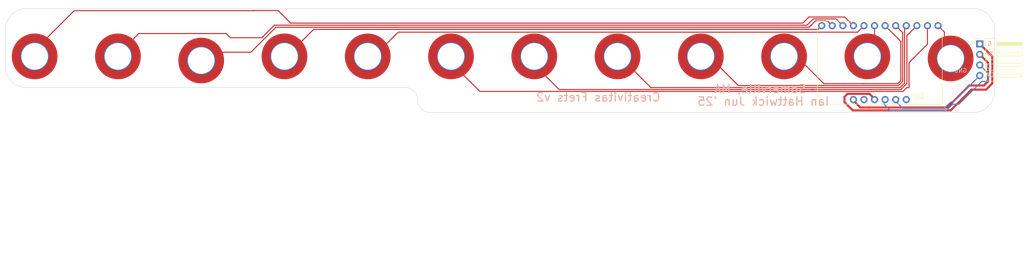
<source format=kicad_pcb>
(kicad_pcb (version 20240108) (generator "pcbnew") (generator_version "8.0")
  (layers (0 "F.Cu" signal) (31 "B.Cu" signal) (34 "B.Paste" user) (35 "F.Paste" user) (36 "B.SilkS" user "B.Silkscreen") (37 "F.SilkS" user "F.Silkscreen") (38 "B.Mask" user) (39 "F.Mask" user) (44 "Edge.Cuts" user))
  (net 0 "")
  (net 1 "+3.3V")
  (net 2 "GND")
  (net 3 "/p10")
  (net 5 "/p0")
  (net 6 "/p2")
  (net 7 "/SCL")
  (net 8 "/SDA")
  (net 9 "/p1")
  (net 10 "/p3")
  (net 11 "/p4")
  (net 12 "/p5")
  (net 13 "/p6")
  (net 14 "/p7")
  (net 15 "/p8")
  (net 16 "/p9")
  (net 17 "/p11")
  (footprint "MountingHole:MountingHole_6.4mm_M6_DIN965_Pad_TopBottom" (layer "F.Cu") (at 234 48.5 90)
    (property "Reference" "H17" (hide yes))
    (property "Value" "MountingHole_Pad")
    (pad "1" thru_hole circle (at 0 0 90) (size 6.8 6.8) (drill 6.4) (layers "*.Cu" "*.Mask") (net 12 "/p5"))
    (pad "1" connect circle (at 0 0 90) (size 11 11) (layers "F.Cu" "F.Mask") (net 12 "/p5"))
  )
  (footprint "MountingHole:MountingHole_6.4mm_M6_DIN965_Pad_TopBottom" (layer "F.Cu") (at 254 48.5 90)
    (property "Reference" "H18" (hide yes))
    (property "Value" "MountingHole_Pad")
    (pad "1" thru_hole circle (at 0 0 90) (size 6.8 6.8) (drill 6.4) (layers "*.Cu" "*.Mask") (net 13 "/p6"))
    (pad "1" connect circle (at 0 0 90) (size 11 11) (layers "F.Cu" "F.Mask") (net 13 "/p6"))
  )
  (footprint "MountingHole:MountingHole_6.4mm_M6_DIN965_Pad_TopBottom" (layer "F.Cu") (at 74 48.5)
    (property "Reference" "H8" (hide yes))
    (property "Value" "MountingHole_Pad" (hide yes))
    (pad "1" thru_hole circle (at 0 0) (size 6.8 6.8) (drill 6.4) (layers "*.Cu" "*.Mask") (net 16 "/p9"))
    (pad "1" connect circle (at 0 0) (size 11 11) (layers "F.Cu" "F.Mask") (net 16 "/p9"))
  )
  (footprint "MountingHole:MountingHole_6.4mm_M6_DIN965_Pad_TopBottom" (layer "F.Cu") (at 114 48.5 90)
    (property "Reference" "H11" (hide yes))
    (property "Value" "MountingHole_Pad")
    (pad "1" thru_hole circle (at 0 0 90) (size 6.8 6.8) (drill 6.4) (layers "*.Cu" "*.Mask") (net 17 "/p11"))
    (pad "1" connect circle (at 0 0 90) (size 11 11) (layers "F.Cu" "F.Mask") (net 17 "/p11"))
  )
  (footprint "MountingHole:MountingHole_6.4mm_M6_DIN965_Pad_TopBottom" (layer "F.Cu") (at 274 49 90)
    (property "Reference" "H19" (hide yes))
    (property "Value" "MountingHole_Pad")
    (pad "1" thru_hole circle (at 0 0 90) (size 6.8 6.8) (drill 6.4) (layers "*.Cu" "*.Mask") (net 5 "/p0"))
    (pad "1" connect circle (at 0 0 90) (size 11 11) (layers "F.Cu" "F.Mask") (net 5 "/p0"))
  )
  (footprint "MountingHole:MountingHole_3.2mm_M3" (layer "F.Cu") (at 283.7475 40.08 -90)
    (property "Reference" "H9" (hide yes))
    (property "Value" "MountingHole")
    (pad "" np_thru_hole circle (at -0.08 2.7475 270) (size 3.2 3.2) (drill 3.2) (layers "F&B.Cu" "*.Mask"))
  )
  (footprint "MountingHole:MountingHole_6.4mm_M6_DIN965_Pad_TopBottom" (layer "F.Cu") (at 174 48.5 90)
    (property "Reference" "H14" (hide yes))
    (property "Value" "MountingHole_Pad")
    (pad "1" thru_hole circle (at 0 0 90) (size 6.8 6.8) (drill 6.4) (layers "*.Cu" "*.Mask") (net 6 "/p2"))
    (pad "1" connect circle (at 0 0 90) (size 11 11) (layers "F.Cu" "F.Mask") (net 6 "/p2"))
  )
  (footprint "MountingHole:MountingHole_6.4mm_M6_DIN965_Pad_TopBottom" (layer "F.Cu") (at 194 48.5 90)
    (property "Reference" "H15" (hide yes))
    (property "Value" "MountingHole_Pad")
    (pad "1" thru_hole circle (at 0 0 90) (size 6.8 6.8) (drill 6.4) (layers "*.Cu" "*.Mask") (net 10 "/p3"))
    (pad "1" connect circle (at 0 0 90) (size 11 11) (layers "F.Cu" "F.Mask") (net 10 "/p3"))
  )
  (footprint "Connector_PinHeader_2.54mm:PinHeader_1x04_P2.54mm_Horizontal" (layer "F.Cu") (at 281 45.5)
    (property "Reference" "J1" (hide yes))
    (property "Value" "Conn_01x04_Pin")
    (fp_line (start -1.27 -1.27) (end 0 -1.27) (stroke (width 0.12)) (layer "F.SilkS"))
    (fp_line (start -1.27 0) (end -1.27 -1.27) (stroke (width 0.12)) (layer "F.SilkS"))
    (fp_line (start 1.042929 2.16) (end 1.44 2.16) (stroke (width 0.12)) (layer "F.SilkS"))
    (fp_line (start 1.042929 2.92) (end 1.44 2.92) (stroke (width 0.12)) (layer "F.SilkS"))
    (fp_line (start 1.042929 4.7) (end 1.44 4.7) (stroke (width 0.12)) (layer "F.SilkS"))
    (fp_line (start 1.042929 5.46) (end 1.44 5.46) (stroke (width 0.12)) (layer "F.SilkS"))
    (fp_line (start 1.042929 7.24) (end 1.44 7.24) (stroke (width 0.12)) (layer "F.SilkS"))
    (fp_line (start 1.042929 8) (end 1.44 8) (stroke (width 0.12)) (layer "F.SilkS"))
    (fp_line (start 1.11 -0.38) (end 1.44 -0.38) (stroke (width 0.12)) (layer "F.SilkS"))
    (fp_line (start 1.11 0.38) (end 1.44 0.38) (stroke (width 0.12)) (layer "F.SilkS"))
    (fp_line (start 1.44 -1.33) (end 1.44 8.95) (stroke (width 0.12)) (layer "F.SilkS"))
    (fp_line (start 1.44 1.27) (end 4.1 1.27) (stroke (width 0.12)) (layer "F.SilkS"))
    (fp_line (start 1.44 3.81) (end 4.1 3.81) (stroke (width 0.12)) (layer "F.SilkS"))
    (fp_line (start 1.44 6.35) (end 4.1 6.35) (stroke (width 0.12)) (layer "F.SilkS"))
    (fp_line (start 1.44 8.95) (end 4.1 8.95) (stroke (width 0.12)) (layer "F.SilkS"))
    (fp_line (start 4.1 -1.33) (end 1.44 -1.33) (stroke (width 0.12)) (layer "F.SilkS"))
    (fp_line (start 4.1 -0.38) (end 10.1 -0.38) (stroke (width 0.12)) (layer "F.SilkS"))
    (fp_line (start 4.1 -0.32) (end 10.1 -0.32) (stroke (width 0.12)) (layer "F.SilkS"))
    (fp_line (start 4.1 -0.2) (end 10.1 -0.2) (stroke (width 0.12)) (layer "F.SilkS"))
    (fp_line (start 4.1 -0.08) (end 10.1 -0.08) (stroke (width 0.12)) (layer "F.SilkS"))
    (fp_line (start 4.1 0.04) (end 10.1 0.04) (stroke (width 0.12)) (layer "F.SilkS"))
    (fp_line (start 4.1 0.16) (end 10.1 0.16) (stroke (width 0.12)) (layer "F.SilkS"))
    (fp_line (start 4.1 0.28) (end 10.1 0.28) (stroke (width 0.12)) (layer "F.SilkS"))
    (fp_line (start 4.1 2.16) (end 10.1 2.16) (stroke (width 0.12)) (layer "F.SilkS"))
    (fp_line (start 4.1 4.7) (end 10.1 4.7) (stroke (width 0.12)) (layer "F.SilkS"))
    (fp_line (start 4.1 7.24) (end 10.1 7.24) (stroke (width 0.12)) (layer "F.SilkS"))
    (fp_line (start 4.1 8.95) (end 4.1 -1.33) (stroke (width 0.12)) (layer "F.SilkS"))
    (fp_line (start 10.1 -0.38) (end 10.1 0.38) (stroke (width 0.12)) (layer "F.SilkS"))
    (fp_line (start 10.1 0.38) (end 4.1 0.38) (stroke (width 0.12)) (layer "F.SilkS"))
    (fp_line (start 10.1 2.16) (end 10.1 2.92) (stroke (width 0.12)) (layer "F.SilkS"))
    (fp_line (start 10.1 2.92) (end 4.1 2.92) (stroke (width 0.12)) (layer "F.SilkS"))
    (fp_line (start 10.1 4.7) (end 10.1 5.46) (stroke (width 0.12)) (layer "F.SilkS"))
    (fp_line (start 10.1 5.46) (end 4.1 5.46) (stroke (width 0.12)) (layer "F.SilkS"))
    (fp_line (start 10.1 7.24) (end 10.1 8) (stroke (width 0.12)) (layer "F.SilkS"))
    (fp_line (start 10.1 8) (end 4.1 8) (stroke (width 0.12)) (layer "F.SilkS"))
    (pad "1" thru_hole rect (at 0 0) (size 1.7 1.7) (drill 1) (layers "*.Cu" "*.Mask") (net 2 "GND"))
    (pad "2" thru_hole oval (at 0 2.54) (size 1.7 1.7) (drill 1) (layers "*.Cu" "*.Mask") (net 1 "+3.3V"))
    (pad "3" thru_hole oval (at 0 5.08) (size 1.7 1.7) (drill 1) (layers "*.Cu" "*.Mask") (net 7 "/SCL"))
    (pad "4" thru_hole oval (at 0 7.62) (size 1.7 1.7) (drill 1) (layers "*.Cu" "*.Mask") (net 8 "/SDA"))
  )
  (footprint "ih_kicad:MPR121_Breakout" (layer "F.Cu") (at 257 50 180)
    (property "Reference" "U1" (at -9.5 -8 0) (layer "F.SilkS") (effects (font (size 1.27 1.27))))
    (property "Value" "MPR121_Breakout")
    (fp_line (start 15 -10) (end 15 10) (stroke (width 0.12)) (layer "F.SilkS"))
    (fp_line (start -15 10) (end 15 10) (stroke (width 0.12)) (layer "F.SilkS"))
    (fp_line (start -15 -10) (end 15 -10) (stroke (width 0.12)) (layer "F.SilkS"))
    (fp_line (start -15 -10) (end -15 10) (stroke (width 0.12)) (layer "F.SilkS"))
    (pad "1" thru_hole circle (at 6.35 -8.89 180) (size 1.7 1.7) (drill 1) (layers "*.Cu" "*.Mask") (net 1 "+3.3V"))
    (pad "2" thru_hole circle (at 3.81 -8.89 180) (size 1.7 1.7) (drill 1) (layers "*.Cu" "*.Mask"))
    (pad "3" thru_hole circle (at 1.27 -8.89 180) (size 1.7 1.7) (drill 1) (layers "*.Cu" "*.Mask") (net 2 "GND"))
    (pad "4" thru_hole circle (at -1.27 -8.89 180) (size 1.7 1.7) (drill 1) (layers "*.Cu" "*.Mask") (net 7 "/SCL"))
    (pad "5" thru_hole circle (at -3.81 -8.89 180) (size 1.7 1.7) (drill 1) (layers "*.Cu" "*.Mask") (net 8 "/SDA"))
    (pad "6" thru_hole circle (at -6.35 -8.89 180) (size 1.7 1.7) (drill 1) (layers "*.Cu" "*.Mask"))
    (pad "7" thru_hole circle (at -13.97 8.89 180) (size 1.7 1.7) (drill 1) (layers "*.Cu" "*.Mask") (net 5 "/p0"))
    (pad "8" thru_hole circle (at -11.43 8.89 180) (size 1.7 1.7) (drill 1) (layers "*.Cu" "*.Mask") (net 9 "/p1"))
    (pad "9" thru_hole circle (at -8.89 8.89 180) (size 1.7 1.7) (drill 1) (layers "*.Cu" "*.Mask") (net 6 "/p2"))
    (pad "10" thru_hole circle (at -6.35 8.89 180) (size 1.7 1.7) (drill 1) (layers "*.Cu" "*.Mask") (net 10 "/p3"))
    (pad "11" thru_hole circle (at -3.81 8.89 180) (size 1.7 1.7) (drill 1) (layers "*.Cu" "*.Mask") (net 11 "/p4"))
    (pad "12" thru_hole circle (at -1.27 8.89 180) (size 1.7 1.7) (drill 1) (layers "*.Cu" "*.Mask") (net 12 "/p5"))
    (pad "13" thru_hole circle (at 1.27 8.89 180) (size 1.7 1.7) (drill 1) (layers "*.Cu" "*.Mask") (net 13 "/p6"))
    (pad "14" thru_hole circle (at 3.81 8.89 180) (size 1.7 1.7) (drill 1) (layers "*.Cu" "*.Mask") (net 14 "/p7"))
    (pad "15" thru_hole circle (at 6.35 8.89 180) (size 1.7 1.7) (drill 1) (layers "*.Cu" "*.Mask") (net 15 "/p8"))
    (pad "16" thru_hole circle (at 8.89 8.89 180) (size 1.7 1.7) (drill 1) (layers "*.Cu" "*.Mask") (net 16 "/p9"))
    (pad "17" thru_hole circle (at 11.43 8.89 180) (size 1.7 1.7) (drill 1) (layers "*.Cu" "*.Mask") (net 3 "/p10"))
    (pad "18" thru_hole circle (at 13.97 8.89 180) (size 1.7 1.7) (drill 1) (layers "*.Cu" "*.Mask") (net 17 "/p11"))
  )
  (footprint "MountingHole:MountingHole_6.4mm_M6_DIN965_Pad_TopBottom" (layer "F.Cu") (at 134 48.5 90)
    (property "Reference" "H12" (hide yes))
    (property "Value" "MountingHole_Pad")
    (pad "1" thru_hole circle (at 0 0 90) (size 6.8 6.8) (drill 6.4) (layers "*.Cu" "*.Mask") (net 14 "/p7"))
    (pad "1" connect circle (at 0 0 90) (size 11 11) (layers "F.Cu" "F.Mask") (net 14 "/p7"))
  )
  (footprint "MountingHole:MountingHole_6.4mm_M6_DIN965_Pad_TopBottom" (layer "F.Cu") (at 214 48.5 90)
    (property "Reference" "H16" (hide yes))
    (property "Value" "MountingHole_Pad")
    (pad "1" thru_hole circle (at 0 0 90) (size 6.8 6.8) (drill 6.4) (layers "*.Cu" "*.Mask") (net 11 "/p4"))
    (pad "1" connect circle (at 0 0 90) (size 11 11) (layers "F.Cu" "F.Mask") (net 11 "/p4"))
  )
  (footprint "MountingHole:MountingHole_6.4mm_M6_DIN965_Pad_TopBottom" (layer "F.Cu") (at 154 48.5 90)
    (property "Reference" "H13" (hide yes))
    (property "Value" "MountingHole_Pad")
    (pad "1" thru_hole circle (at 0 0 90) (size 6.8 6.8) (drill 6.4) (layers "*.Cu" "*.Mask") (net 9 "/p1"))
    (pad "1" connect circle (at 0 0 90) (size 11 11) (layers "F.Cu" "F.Mask") (net 9 "/p1"))
  )
  (footprint "MountingHole:MountingHole_6.4mm_M6_DIN965_Pad_TopBottom" (layer "F.Cu") (at 54 48.5)
    (property "Reference" "H3" (hide yes))
    (property "Value" "MountingHole_Pad")
    (pad "1" thru_hole circle (at 0 0) (size 6.8 6.8) (drill 6.4) (layers "*.Cu" "*.Mask") (net 15 "/p8"))
    (pad "1" connect circle (at 0 0) (size 11 11) (layers "F.Cu" "F.Mask") (net 15 "/p8"))
  )
  (footprint "MountingHole:MountingHole_4.3mm_M4" (layer "F.Cu") (at 118 97.5)
    (property "Reference" "H2" (hide yes))
    (property "Value" "MountingHole" (hide yes))
    (pad "" np_thru_hole circle (at -9 -57.5) (size 4.3 4.3) (drill 4.3) (layers "F&B.Cu" "*.Mask"))
  )
  (footprint "MountingHole:MountingHole_6.4mm_M6_DIN965_Pad_TopBottom" (layer "F.Cu") (at 94 49.5)
    (property "Reference" "H7" (hide yes))
    (property "Value" "MountingHole_Pad" (hide yes))
    (pad "1" thru_hole circle (at 0 0) (size 6.8 6.8) (drill 6.4) (layers "*.Cu" "*.Mask") (net 3 "/p10"))
    (pad "1" connect circle (at 0 0) (size 11 11) (layers "F.Cu" "F.Mask") (net 3 "/p10"))
  )
  (footprint "MountingHole:MountingHole_3.2mm_M3" (layer "F.Cu") (at 278.7475 74.58 -90)
    (property "Reference" "H10" (hide yes))
    (property "Value" "MountingHole")
    (pad "" np_thru_hole circle (at -15.58 -2.2525 270) (size 3.2 3.2) (drill 3.2) (layers "F&B.Cu" "*.Mask"))
  )
  (footprint "MountingHole:MountingHole_4.3mm_M4" (layer "F.Cu") (at 146.5 97.5)
    (property "Reference" "H1" (hide yes))
    (property "Value" "MountingHole" (hide yes))
    (pad "" np_thru_hole circle (at 4 -38.5) (size 4.3 4.3) (drill 4.3) (layers "F&B.Cu" "*.Mask"))
  )
  (gr_arc (start 279.5 37) (mid 283.035534 38.464466) (end 284.5 42) (stroke (width 0.1)) (layer "Edge.Cuts"))
  (gr_line (start 279.5 62) (end 149 62) (stroke (width 0.1)) (layer "Edge.Cuts"))
  (gr_line (start 52 37) (end 279.5 37) (stroke (width 0.1)) (layer "Edge.Cuts"))
  (gr_line (start 284.5 42) (end 284.5 57) (stroke (width 0.1)) (layer "Edge.Cuts"))
  (gr_line (start 143 56) (end 52 56) (stroke (width 0.1)) (layer "Edge.Cuts"))
  (gr_arc (start 143 56) (mid 145.12132 56.87868) (end 146 59) (stroke (width 0.1)) (layer "Edge.Cuts"))
  (gr_arc (start 284.5 57) (mid 283.035534 60.535534) (end 279.5 62) (stroke (width 0.1)) (layer "Edge.Cuts"))
  (gr_arc (start 47 42) (mid 48.464466 38.464466) (end 52 37) (stroke (width 0.1)) (layer "Edge.Cuts"))
  (gr_line (start 47 51) (end 47 42) (stroke (width 0.1)) (layer "Edge.Cuts"))
  (gr_arc (start 149 62) (mid 146.87868 61.12132) (end 146 59) (stroke (width 0.1)) (layer "Edge.Cuts"))
  (gr_arc (start 52 56) (mid 48.464466 54.535534) (end 47 51) (stroke (width 0.1)) (layer "Edge.Cuts"))
  (gr_text "3v" (at 284.5 48.5 0) (layer "B.SilkS") (effects (font (size 1 1)) (justify left bottom mirror)))
  (gr_text "Ian Hattwick Jun '25" (at 245 60.5 0) (layer "B.SilkS") (effects (font (size 2 2) (thickness 0.3) (bold yes)) (justify left bottom mirror)))
  (gr_text "Somerville, MA" (at 239.5 57.5 0) (layer "B.SilkS") (effects (font (size 2 2) (thickness 0.3) (bold yes)) (justify left bottom mirror)))
  (gr_text "G" (at 284 46 0) (layer "B.SilkS") (effects (font (size 1 1)) (justify left bottom mirror)))
  (gr_text "GND\n" (at 278 52.5 0) (layer "B.SilkS") (effects (font (size 1 1)) (justify left bottom mirror)))
  (gr_text "Creativitas Frets v2" (at 204.5 59.5 0) (layer "B.SilkS") (effects (font (size 2 2) (thickness 0.3) (bold yes)) (justify left bottom mirror)))
  (gr_text "CL" (at 282.44 50.2 180) (layer "B.SilkS") (effects (font (size 1 1)) (justify left bottom mirror)))
  (gr_text "DA" (at 284.5 53.5 0) (layer "B.SilkS") (effects (font (size 1 1)) (justify left bottom mirror)))
  (segment (start 281 48.04) (end 283 50.04) (width 0.5) (layer "F.Cu") (net 1))
  (segment (start 283 54.5) (end 282 55.5) (width 0.5) (layer "F.Cu") (net 1))
  (segment (start 252.3 60.8) (end 250.5 59) (width 0.5) (layer "F.Cu") (net 1))
  (segment (start 254.3 60.8) (end 252.3 60.8) (width 0.5) (layer "F.Cu") (net 1))
  (segment (start 273.2 60.8) (end 254.3 60.8) (width 0.5) (layer "F.Cu") (net 1))
  (segment (start 278.5 55.5) (end 273.2 60.8) (width 0.5) (layer "F.Cu") (net 1))
  (segment (start 282 55.5) (end 278.5 55.5) (width 0.5) (layer "F.Cu") (net 1))
  (segment (start 283 50.04) (end 283 54.5) (width 0.5) (layer "F.Cu") (net 1))
  (segment (start 250.5 61.5) (end 248.5 59.5) (width 0.5) (layer "F.Cu") (net 2))
  (segment (start 282.5 56.5) (end 279 56.5) (width 0.5) (layer "F.Cu") (net 2))
  (segment (start 255.5 58.5) (end 255.5 59) (width 0.5) (layer "F.Cu") (net 2))
  (segment (start 274 61.5) (end 250.5 61.5) (width 0.5) (layer "F.Cu") (net 2))
  (segment (start 284 48.5) (end 284 55) (width 0.5) (layer "F.Cu") (net 2))
  (segment (start 284 55) (end 282.5 56.5) (width 0.5) (layer "F.Cu") (net 2))
  (segment (start 281 45.5) (end 284 48.5) (width 0.5) (layer "F.Cu") (net 2))
  (segment (start 248.5 58.25) (end 249.25 57.5) (width 0.5) (layer "F.Cu") (net 2))
  (segment (start 279 56.5) (end 274 61.5) (width 0.5) (layer "F.Cu") (net 2))
  (segment (start 249.25 57.5) (end 254.5 57.5) (width 0.5) (layer "F.Cu") (net 2))
  (segment (start 254.5 57.5) (end 255.5 58.5) (width 0.5) (layer "F.Cu") (net 2))
  (segment (start 248.5 59.5) (end 248.5 58.25) (width 0.5) (layer "F.Cu") (net 2))
  (segment (start 99 47.5) (end 98.5 48) (width 0.25) (layer "F.Cu") (net 3))
  (segment (start 241.565 39.935) (end 240 41.5) (width 0.25) (layer "F.Cu") (net 3))
  (segment (start 105.929111 47.5) (end 100 47.5) (width 0.25) (layer "F.Cu") (net 3))
  (segment (start 244.46 40) (end 244 40) (width 0.25) (layer "F.Cu") (net 3))
  (segment (start 100 47.5) (end 99 47.5) (width 0.25) (layer "F.Cu") (net 3))
  (segment (start 240 41.5) (end 111.929111 41.5) (width 0.25) (layer "F.Cu") (net 3))
  (segment (start 243.935 39.935) (end 241.565 39.935) (width 0.25) (layer "F.Cu") (net 3))
  (segment (start 245.57 41.11) (end 244.46 40) (width 0.25) (layer "F.Cu") (net 3))
  (segment (start 111.929111 41.5) (end 105.929111 47.5) (width 0.25) (layer "F.Cu") (net 3))
  (segment (start 244 40) (end 243.935 39.935) (width 0.25) (layer "F.Cu") (net 3))
  (segment (start 272.5 42.64) (end 272.5 47) (width 0.25) (layer "F.Cu") (net 5))
  (segment (start 270.97 41.11) (end 272.5 42.64) (width 0.25) (layer "F.Cu") (net 5))
  (segment (start 241 56.475) (end 179.975 56.475) (width 0.25) (layer "F.Cu") (net 6))
  (segment (start 263.5 55) (end 262.025 56.475) (width 0.25) (layer "F.Cu") (net 6))
  (segment (start 265.89 41.11) (end 263.5 43.5) (width 0.25) (layer "F.Cu") (net 6))
  (segment (start 241 56.475) (end 240.5 56.475) (width 0.25) (layer "F.Cu") (net 6))
  (segment (start 179.975 56.475) (end 175.5 52) (width 0.25) (layer "F.Cu") (net 6))
  (segment (start 263.5 43.5) (end 263.5 55) (width 0.25) (layer "F.Cu") (net 6))
  (segment (start 262.025 56.475) (end 241 56.475) (width 0.25) (layer "F.Cu") (net 6))
  (segment (start 258 60) (end 258 59) (width 0.25) (layer "B.Cu") (net 7))
  (segment (start 281.5 54.5) (end 276 60) (width 0.25) (layer "B.Cu") (net 7))
  (segment (start 283 52.5) (end 283 54) (width 0.25) (layer "B.Cu") (net 7))
  (segment (start 276 60) (end 274.5 60) (width 0.25) (layer "B.Cu") (net 7))
  (segment (start 274.5 60) (end 273 61.5) (width 0.25) (layer "B.Cu") (net 7))
  (segment (start 273 61.5) (end 259.5 61.5) (width 0.25) (layer "B.Cu") (net 7))
  (segment (start 259.5 61.5) (end 258 60) (width 0.25) (layer "B.Cu") (net 7))
  (segment (start 281 50.58) (end 282.92 52.5) (width 0.25) (layer "B.Cu") (net 7))
  (segment (start 283 54) (end 282.5 54.5) (width 0.25) (layer "B.Cu") (net 7))
  (segment (start 282.5 54.5) (end 281.5 54.5) (width 0.25) (layer "B.Cu") (net 7))
  (segment (start 282.92 52.5) (end 283 52.5) (width 0.25) (layer "B.Cu") (net 7))
  (segment (start 281 53.12) (end 274.62 59.5) (width 0.25) (layer "B.Cu") (net 8))
  (segment (start 261 59.5) (end 261 58.5) (width 0.25) (layer "B.Cu") (net 8))
  (segment (start 274.62 59.5) (end 274 59.5) (width 0.25) (layer "B.Cu") (net 8))
  (segment (start 274 59.5) (end 272.5 61) (width 0.25) (layer "B.Cu") (net 8))
  (segment (start 262.5 61) (end 261 59.5) (width 0.25) (layer "B.Cu") (net 8))
  (segment (start 272.5 61) (end 262.5 61) (width 0.25) (layer "B.Cu") (net 8))
  (segment (start 234 57) (end 234.075 56.925) (width 0.25) (layer "F.Cu") (net 9))
  (segment (start 234.075 56.925) (end 160.925 56.925) (width 0.25) (layer "F.Cu") (net 9))
  (segment (start 264 56) (end 264 50) (width 0.25) (layer "F.Cu") (net 9))
  (segment (start 160.925 56.925) (end 155.5 51.5) (width 0.25) (layer "F.Cu") (net 9))
  (segment (start 264 50) (end 268.43 45.57) (width 0.25) (layer "F.Cu") (net 9))
  (segment (start 234.075 56.925) (end 262.575 56.925) (width 0.25) (layer "F.Cu") (net 9))
  (segment (start 263.5 56) (end 264 56) (width 0.25) (layer "F.Cu") (net 9))
  (segment (start 262.575 56.925) (end 263.5 56) (width 0.25) (layer "F.Cu") (net 9))
  (segment (start 268.43 45.57) (end 268.43 41.11) (width 0.25) (layer "F.Cu") (net 9))
  (segment (start 202 56) (end 197.5 51.5) (width 0.25) (layer "F.Cu") (net 10))
  (segment (start 263.35 41.11) (end 262.931802 41.528198) (width 0.25) (layer "F.Cu") (net 10))
  (segment (start 262.931802 54.931802) (end 261.863604 56) (width 0.25) (layer "F.Cu") (net 10))
  (segment (start 261.863604 56) (end 248.5 56) (width 0.25) (layer "F.Cu") (net 10))
  (segment (start 262.931802 41.528198) (end 262.931802 54.931802) (width 0.25) (layer "F.Cu") (net 10))
  (segment (start 248.5 56) (end 202 56) (width 0.25) (layer "F.Cu") (net 10))
  (segment (start 262.481802 42.781802) (end 262.481802 54) (width 0.25) (layer "F.Cu") (net 11))
  (segment (start 243.5 55.5) (end 223 55.5) (width 0.25) (layer "F.Cu") (net 11))
  (segment (start 260.81 41.11) (end 262.481802 42.781802) (width 0.25) (layer "F.Cu") (net 11))
  (segment (start 261.5 55.5) (end 243.5 55.5) (width 0.25) (layer "F.Cu") (net 11))
  (segment (start 262.481802 54.518198) (end 261.5 55.5) (width 0.25) (layer "F.Cu") (net 11))
  (segment (start 262.481802 54) (end 262.481802 54.518198) (width 0.25) (layer "F.Cu") (net 11))
  (segment (start 223 55.5) (end 218 50.5) (width 0.25) (layer "F.Cu") (net 11))
  (segment (start 262.031802 54.331802) (end 261.313604 55.05) (width 0.25) (layer "F.Cu") (net 12))
  (segment (start 243.55 55.05) (end 238.5 50) (width 0.25) (layer "F.Cu") (net 12))
  (segment (start 262.031802 44.871802) (end 262.031802 54.331802) (width 0.25) (layer "F.Cu") (net 12))
  (segment (start 253 55.05) (end 243.55 55.05) (width 0.25) (layer "F.Cu") (net 12))
  (segment (start 261.313604 55.05) (end 253 55.05) (width 0.25) (layer "F.Cu") (net 12))
  (segment (start 258.27 41.11) (end 262.031802 44.871802) (width 0.25) (layer "F.Cu") (net 12))
  (segment (start 255.73 41.11) (end 255.73 43.27) (width 0.25) (layer "F.Cu") (net 13))
  (segment (start 255.73 43.27) (end 254.5 44.5) (width 0.25) (layer "F.Cu") (net 13))
  (segment (start 234 42.675) (end 141.325 42.675) (width 0.25) (layer "F.Cu") (net 14))
  (segment (start 251.625 42.675) (end 234 42.675) (width 0.25) (layer "F.Cu") (net 14))
  (segment (start 253.19 41.11) (end 251.625 42.675) (width 0.25) (layer "F.Cu") (net 14))
  (segment (start 141.325 42.675) (end 138 46) (width 0.25) (layer "F.Cu") (net 14))
  (segment (start 248.575 39.035) (end 239.965 39.035) (width 0.25) (layer "F.Cu") (net 15))
  (segment (start 106.5 37.5) (end 63.5 37.5) (width 0.25) (layer "F.Cu") (net 15))
  (segment (start 115.5 40.5) (end 112.475 37.475) (width 0.25) (layer "F.Cu") (net 15))
  (segment (start 112.475 37.475) (end 106.525 37.475) (width 0.25) (layer "F.Cu") (net 15))
  (segment (start 106.525 37.475) (end 106.5 37.5) (width 0.25) (layer "F.Cu") (net 15))
  (segment (start 58.5 42.5) (end 56.5 44.5) (width 0.25) (layer "F.Cu") (net 15))
  (segment (start 250.65 41.11) (end 248.575 39.035) (width 0.25) (layer "F.Cu") (net 15))
  (segment (start 238.5 40.5) (end 115.5 40.5) (width 0.25) (layer "F.Cu") (net 15))
  (segment (start 239.965 39.035) (end 238.5 40.5) (width 0.25) (layer "F.Cu") (net 15))
  (segment (start 63.5 37.5) (end 58.5 42.5) (width 0.25) (layer "F.Cu") (net 15))
  (segment (start 248.11 41.11) (end 246.485 39.485) (width 0.25) (layer "F.Cu") (net 16))
  (segment (start 100 43) (end 79 43) (width 0.25) (layer "F.Cu") (net 16))
  (segment (start 246.485 39.485) (end 241.015 39.485) (width 0.25) (layer "F.Cu") (net 16))
  (segment (start 79 43) (end 77 45) (width 0.25) (layer "F.Cu") (net 16))
  (segment (start 101 44) (end 100 43) (width 0.25) (layer "F.Cu") (net 16))
  (segment (start 241.015 39.485) (end 239.5 41) (width 0.25) (layer "F.Cu") (net 16))
  (segment (start 239.5 41) (end 111.570889 41) (width 0.25) (layer "F.Cu") (net 16))
  (segment (start 111.570889 41) (end 108.570889 44) (width 0.25) (layer "F.Cu") (net 16))
  (segment (start 108.570889 44) (end 101 44) (width 0.25) (layer "F.Cu") (net 16))
  (segment (start 121 42) (end 118.368897 44.631103) (width 0.25) (layer "F.Cu") (net 17))
  (segment (start 242.14 42) (end 241 42) (width 0.25) (layer "F.Cu") (net 17))
  (segment (start 118.368897 44.631103) (end 117.5 45.5) (width 0.25) (layer "F.Cu") (net 17))
  (segment (start 243.03 41.11) (end 242.14 42) (width 0.25) (layer "F.Cu") (net 17))
  (segment (start 241 42) (end 121 42) (width 0.25) (layer "F.Cu") (net 17))
)
</source>
